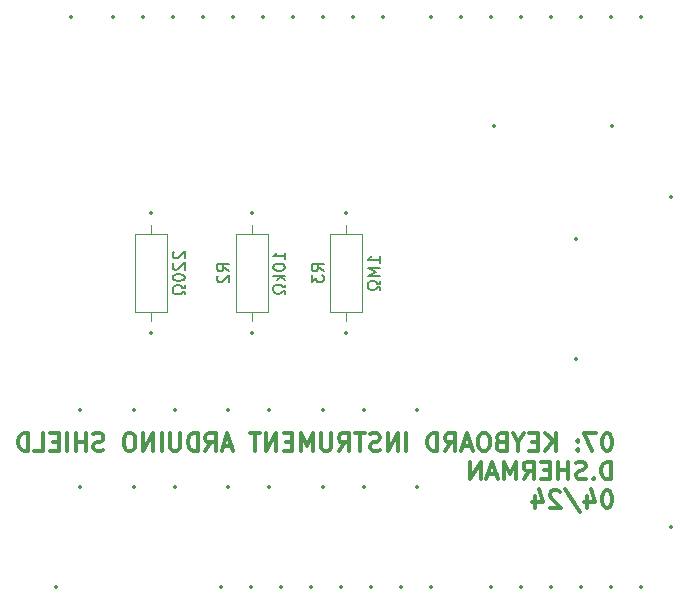
<source format=gbo>
%TF.GenerationSoftware,KiCad,Pcbnew,8.0.0*%
%TF.CreationDate,2024-04-21T11:23:52-04:00*%
%TF.ProjectId,7_keyboard_instrument,375f6b65-7962-46f6-9172-645f696e7374,rev?*%
%TF.SameCoordinates,Original*%
%TF.FileFunction,Legend,Bot*%
%TF.FilePolarity,Positive*%
%FSLAX46Y46*%
G04 Gerber Fmt 4.6, Leading zero omitted, Abs format (unit mm)*
G04 Created by KiCad (PCBNEW 8.0.0) date 2024-04-21 11:23:52*
%MOMM*%
%LPD*%
G01*
G04 APERTURE LIST*
%ADD10C,0.300000*%
%ADD11C,0.150000*%
%ADD12C,0.120000*%
%ADD13C,0.350000*%
G04 APERTURE END LIST*
D10*
X160659774Y-84470996D02*
X160516917Y-84470996D01*
X160516917Y-84470996D02*
X160374060Y-84542425D01*
X160374060Y-84542425D02*
X160302632Y-84613853D01*
X160302632Y-84613853D02*
X160231203Y-84756710D01*
X160231203Y-84756710D02*
X160159774Y-85042425D01*
X160159774Y-85042425D02*
X160159774Y-85399568D01*
X160159774Y-85399568D02*
X160231203Y-85685282D01*
X160231203Y-85685282D02*
X160302632Y-85828139D01*
X160302632Y-85828139D02*
X160374060Y-85899568D01*
X160374060Y-85899568D02*
X160516917Y-85970996D01*
X160516917Y-85970996D02*
X160659774Y-85970996D01*
X160659774Y-85970996D02*
X160802632Y-85899568D01*
X160802632Y-85899568D02*
X160874060Y-85828139D01*
X160874060Y-85828139D02*
X160945489Y-85685282D01*
X160945489Y-85685282D02*
X161016917Y-85399568D01*
X161016917Y-85399568D02*
X161016917Y-85042425D01*
X161016917Y-85042425D02*
X160945489Y-84756710D01*
X160945489Y-84756710D02*
X160874060Y-84613853D01*
X160874060Y-84613853D02*
X160802632Y-84542425D01*
X160802632Y-84542425D02*
X160659774Y-84470996D01*
X159659775Y-84470996D02*
X158659775Y-84470996D01*
X158659775Y-84470996D02*
X159302632Y-85970996D01*
X158088347Y-85828139D02*
X158016918Y-85899568D01*
X158016918Y-85899568D02*
X158088347Y-85970996D01*
X158088347Y-85970996D02*
X158159775Y-85899568D01*
X158159775Y-85899568D02*
X158088347Y-85828139D01*
X158088347Y-85828139D02*
X158088347Y-85970996D01*
X158088347Y-85042425D02*
X158016918Y-85113853D01*
X158016918Y-85113853D02*
X158088347Y-85185282D01*
X158088347Y-85185282D02*
X158159775Y-85113853D01*
X158159775Y-85113853D02*
X158088347Y-85042425D01*
X158088347Y-85042425D02*
X158088347Y-85185282D01*
X156231204Y-85970996D02*
X156231204Y-84470996D01*
X155374061Y-85970996D02*
X156016918Y-85113853D01*
X155374061Y-84470996D02*
X156231204Y-85328139D01*
X154731204Y-85185282D02*
X154231204Y-85185282D01*
X154016918Y-85970996D02*
X154731204Y-85970996D01*
X154731204Y-85970996D02*
X154731204Y-84470996D01*
X154731204Y-84470996D02*
X154016918Y-84470996D01*
X153088346Y-85256710D02*
X153088346Y-85970996D01*
X153588346Y-84470996D02*
X153088346Y-85256710D01*
X153088346Y-85256710D02*
X152588346Y-84470996D01*
X151588347Y-85185282D02*
X151374061Y-85256710D01*
X151374061Y-85256710D02*
X151302632Y-85328139D01*
X151302632Y-85328139D02*
X151231204Y-85470996D01*
X151231204Y-85470996D02*
X151231204Y-85685282D01*
X151231204Y-85685282D02*
X151302632Y-85828139D01*
X151302632Y-85828139D02*
X151374061Y-85899568D01*
X151374061Y-85899568D02*
X151516918Y-85970996D01*
X151516918Y-85970996D02*
X152088347Y-85970996D01*
X152088347Y-85970996D02*
X152088347Y-84470996D01*
X152088347Y-84470996D02*
X151588347Y-84470996D01*
X151588347Y-84470996D02*
X151445490Y-84542425D01*
X151445490Y-84542425D02*
X151374061Y-84613853D01*
X151374061Y-84613853D02*
X151302632Y-84756710D01*
X151302632Y-84756710D02*
X151302632Y-84899568D01*
X151302632Y-84899568D02*
X151374061Y-85042425D01*
X151374061Y-85042425D02*
X151445490Y-85113853D01*
X151445490Y-85113853D02*
X151588347Y-85185282D01*
X151588347Y-85185282D02*
X152088347Y-85185282D01*
X150302632Y-84470996D02*
X150016918Y-84470996D01*
X150016918Y-84470996D02*
X149874061Y-84542425D01*
X149874061Y-84542425D02*
X149731204Y-84685282D01*
X149731204Y-84685282D02*
X149659775Y-84970996D01*
X149659775Y-84970996D02*
X149659775Y-85470996D01*
X149659775Y-85470996D02*
X149731204Y-85756710D01*
X149731204Y-85756710D02*
X149874061Y-85899568D01*
X149874061Y-85899568D02*
X150016918Y-85970996D01*
X150016918Y-85970996D02*
X150302632Y-85970996D01*
X150302632Y-85970996D02*
X150445490Y-85899568D01*
X150445490Y-85899568D02*
X150588347Y-85756710D01*
X150588347Y-85756710D02*
X150659775Y-85470996D01*
X150659775Y-85470996D02*
X150659775Y-84970996D01*
X150659775Y-84970996D02*
X150588347Y-84685282D01*
X150588347Y-84685282D02*
X150445490Y-84542425D01*
X150445490Y-84542425D02*
X150302632Y-84470996D01*
X149088346Y-85542425D02*
X148374061Y-85542425D01*
X149231203Y-85970996D02*
X148731203Y-84470996D01*
X148731203Y-84470996D02*
X148231203Y-85970996D01*
X146874061Y-85970996D02*
X147374061Y-85256710D01*
X147731204Y-85970996D02*
X147731204Y-84470996D01*
X147731204Y-84470996D02*
X147159775Y-84470996D01*
X147159775Y-84470996D02*
X147016918Y-84542425D01*
X147016918Y-84542425D02*
X146945489Y-84613853D01*
X146945489Y-84613853D02*
X146874061Y-84756710D01*
X146874061Y-84756710D02*
X146874061Y-84970996D01*
X146874061Y-84970996D02*
X146945489Y-85113853D01*
X146945489Y-85113853D02*
X147016918Y-85185282D01*
X147016918Y-85185282D02*
X147159775Y-85256710D01*
X147159775Y-85256710D02*
X147731204Y-85256710D01*
X146231204Y-85970996D02*
X146231204Y-84470996D01*
X146231204Y-84470996D02*
X145874061Y-84470996D01*
X145874061Y-84470996D02*
X145659775Y-84542425D01*
X145659775Y-84542425D02*
X145516918Y-84685282D01*
X145516918Y-84685282D02*
X145445489Y-84828139D01*
X145445489Y-84828139D02*
X145374061Y-85113853D01*
X145374061Y-85113853D02*
X145374061Y-85328139D01*
X145374061Y-85328139D02*
X145445489Y-85613853D01*
X145445489Y-85613853D02*
X145516918Y-85756710D01*
X145516918Y-85756710D02*
X145659775Y-85899568D01*
X145659775Y-85899568D02*
X145874061Y-85970996D01*
X145874061Y-85970996D02*
X146231204Y-85970996D01*
X143588347Y-85970996D02*
X143588347Y-84470996D01*
X142874061Y-85970996D02*
X142874061Y-84470996D01*
X142874061Y-84470996D02*
X142016918Y-85970996D01*
X142016918Y-85970996D02*
X142016918Y-84470996D01*
X141374060Y-85899568D02*
X141159775Y-85970996D01*
X141159775Y-85970996D02*
X140802632Y-85970996D01*
X140802632Y-85970996D02*
X140659775Y-85899568D01*
X140659775Y-85899568D02*
X140588346Y-85828139D01*
X140588346Y-85828139D02*
X140516917Y-85685282D01*
X140516917Y-85685282D02*
X140516917Y-85542425D01*
X140516917Y-85542425D02*
X140588346Y-85399568D01*
X140588346Y-85399568D02*
X140659775Y-85328139D01*
X140659775Y-85328139D02*
X140802632Y-85256710D01*
X140802632Y-85256710D02*
X141088346Y-85185282D01*
X141088346Y-85185282D02*
X141231203Y-85113853D01*
X141231203Y-85113853D02*
X141302632Y-85042425D01*
X141302632Y-85042425D02*
X141374060Y-84899568D01*
X141374060Y-84899568D02*
X141374060Y-84756710D01*
X141374060Y-84756710D02*
X141302632Y-84613853D01*
X141302632Y-84613853D02*
X141231203Y-84542425D01*
X141231203Y-84542425D02*
X141088346Y-84470996D01*
X141088346Y-84470996D02*
X140731203Y-84470996D01*
X140731203Y-84470996D02*
X140516917Y-84542425D01*
X140088346Y-84470996D02*
X139231204Y-84470996D01*
X139659775Y-85970996D02*
X139659775Y-84470996D01*
X137874061Y-85970996D02*
X138374061Y-85256710D01*
X138731204Y-85970996D02*
X138731204Y-84470996D01*
X138731204Y-84470996D02*
X138159775Y-84470996D01*
X138159775Y-84470996D02*
X138016918Y-84542425D01*
X138016918Y-84542425D02*
X137945489Y-84613853D01*
X137945489Y-84613853D02*
X137874061Y-84756710D01*
X137874061Y-84756710D02*
X137874061Y-84970996D01*
X137874061Y-84970996D02*
X137945489Y-85113853D01*
X137945489Y-85113853D02*
X138016918Y-85185282D01*
X138016918Y-85185282D02*
X138159775Y-85256710D01*
X138159775Y-85256710D02*
X138731204Y-85256710D01*
X137231204Y-84470996D02*
X137231204Y-85685282D01*
X137231204Y-85685282D02*
X137159775Y-85828139D01*
X137159775Y-85828139D02*
X137088347Y-85899568D01*
X137088347Y-85899568D02*
X136945489Y-85970996D01*
X136945489Y-85970996D02*
X136659775Y-85970996D01*
X136659775Y-85970996D02*
X136516918Y-85899568D01*
X136516918Y-85899568D02*
X136445489Y-85828139D01*
X136445489Y-85828139D02*
X136374061Y-85685282D01*
X136374061Y-85685282D02*
X136374061Y-84470996D01*
X135659775Y-85970996D02*
X135659775Y-84470996D01*
X135659775Y-84470996D02*
X135159775Y-85542425D01*
X135159775Y-85542425D02*
X134659775Y-84470996D01*
X134659775Y-84470996D02*
X134659775Y-85970996D01*
X133945489Y-85185282D02*
X133445489Y-85185282D01*
X133231203Y-85970996D02*
X133945489Y-85970996D01*
X133945489Y-85970996D02*
X133945489Y-84470996D01*
X133945489Y-84470996D02*
X133231203Y-84470996D01*
X132588346Y-85970996D02*
X132588346Y-84470996D01*
X132588346Y-84470996D02*
X131731203Y-85970996D01*
X131731203Y-85970996D02*
X131731203Y-84470996D01*
X131231202Y-84470996D02*
X130374060Y-84470996D01*
X130802631Y-85970996D02*
X130802631Y-84470996D01*
X128802631Y-85542425D02*
X128088346Y-85542425D01*
X128945488Y-85970996D02*
X128445488Y-84470996D01*
X128445488Y-84470996D02*
X127945488Y-85970996D01*
X126588346Y-85970996D02*
X127088346Y-85256710D01*
X127445489Y-85970996D02*
X127445489Y-84470996D01*
X127445489Y-84470996D02*
X126874060Y-84470996D01*
X126874060Y-84470996D02*
X126731203Y-84542425D01*
X126731203Y-84542425D02*
X126659774Y-84613853D01*
X126659774Y-84613853D02*
X126588346Y-84756710D01*
X126588346Y-84756710D02*
X126588346Y-84970996D01*
X126588346Y-84970996D02*
X126659774Y-85113853D01*
X126659774Y-85113853D02*
X126731203Y-85185282D01*
X126731203Y-85185282D02*
X126874060Y-85256710D01*
X126874060Y-85256710D02*
X127445489Y-85256710D01*
X125945489Y-85970996D02*
X125945489Y-84470996D01*
X125945489Y-84470996D02*
X125588346Y-84470996D01*
X125588346Y-84470996D02*
X125374060Y-84542425D01*
X125374060Y-84542425D02*
X125231203Y-84685282D01*
X125231203Y-84685282D02*
X125159774Y-84828139D01*
X125159774Y-84828139D02*
X125088346Y-85113853D01*
X125088346Y-85113853D02*
X125088346Y-85328139D01*
X125088346Y-85328139D02*
X125159774Y-85613853D01*
X125159774Y-85613853D02*
X125231203Y-85756710D01*
X125231203Y-85756710D02*
X125374060Y-85899568D01*
X125374060Y-85899568D02*
X125588346Y-85970996D01*
X125588346Y-85970996D02*
X125945489Y-85970996D01*
X124445489Y-84470996D02*
X124445489Y-85685282D01*
X124445489Y-85685282D02*
X124374060Y-85828139D01*
X124374060Y-85828139D02*
X124302632Y-85899568D01*
X124302632Y-85899568D02*
X124159774Y-85970996D01*
X124159774Y-85970996D02*
X123874060Y-85970996D01*
X123874060Y-85970996D02*
X123731203Y-85899568D01*
X123731203Y-85899568D02*
X123659774Y-85828139D01*
X123659774Y-85828139D02*
X123588346Y-85685282D01*
X123588346Y-85685282D02*
X123588346Y-84470996D01*
X122874060Y-85970996D02*
X122874060Y-84470996D01*
X122159774Y-85970996D02*
X122159774Y-84470996D01*
X122159774Y-84470996D02*
X121302631Y-85970996D01*
X121302631Y-85970996D02*
X121302631Y-84470996D01*
X120302630Y-84470996D02*
X120016916Y-84470996D01*
X120016916Y-84470996D02*
X119874059Y-84542425D01*
X119874059Y-84542425D02*
X119731202Y-84685282D01*
X119731202Y-84685282D02*
X119659773Y-84970996D01*
X119659773Y-84970996D02*
X119659773Y-85470996D01*
X119659773Y-85470996D02*
X119731202Y-85756710D01*
X119731202Y-85756710D02*
X119874059Y-85899568D01*
X119874059Y-85899568D02*
X120016916Y-85970996D01*
X120016916Y-85970996D02*
X120302630Y-85970996D01*
X120302630Y-85970996D02*
X120445488Y-85899568D01*
X120445488Y-85899568D02*
X120588345Y-85756710D01*
X120588345Y-85756710D02*
X120659773Y-85470996D01*
X120659773Y-85470996D02*
X120659773Y-84970996D01*
X120659773Y-84970996D02*
X120588345Y-84685282D01*
X120588345Y-84685282D02*
X120445488Y-84542425D01*
X120445488Y-84542425D02*
X120302630Y-84470996D01*
X117945487Y-85899568D02*
X117731202Y-85970996D01*
X117731202Y-85970996D02*
X117374059Y-85970996D01*
X117374059Y-85970996D02*
X117231202Y-85899568D01*
X117231202Y-85899568D02*
X117159773Y-85828139D01*
X117159773Y-85828139D02*
X117088344Y-85685282D01*
X117088344Y-85685282D02*
X117088344Y-85542425D01*
X117088344Y-85542425D02*
X117159773Y-85399568D01*
X117159773Y-85399568D02*
X117231202Y-85328139D01*
X117231202Y-85328139D02*
X117374059Y-85256710D01*
X117374059Y-85256710D02*
X117659773Y-85185282D01*
X117659773Y-85185282D02*
X117802630Y-85113853D01*
X117802630Y-85113853D02*
X117874059Y-85042425D01*
X117874059Y-85042425D02*
X117945487Y-84899568D01*
X117945487Y-84899568D02*
X117945487Y-84756710D01*
X117945487Y-84756710D02*
X117874059Y-84613853D01*
X117874059Y-84613853D02*
X117802630Y-84542425D01*
X117802630Y-84542425D02*
X117659773Y-84470996D01*
X117659773Y-84470996D02*
X117302630Y-84470996D01*
X117302630Y-84470996D02*
X117088344Y-84542425D01*
X116445488Y-85970996D02*
X116445488Y-84470996D01*
X116445488Y-85185282D02*
X115588345Y-85185282D01*
X115588345Y-85970996D02*
X115588345Y-84470996D01*
X114874059Y-85970996D02*
X114874059Y-84470996D01*
X114159773Y-85185282D02*
X113659773Y-85185282D01*
X113445487Y-85970996D02*
X114159773Y-85970996D01*
X114159773Y-85970996D02*
X114159773Y-84470996D01*
X114159773Y-84470996D02*
X113445487Y-84470996D01*
X112088344Y-85970996D02*
X112802630Y-85970996D01*
X112802630Y-85970996D02*
X112802630Y-84470996D01*
X111588344Y-85970996D02*
X111588344Y-84470996D01*
X111588344Y-84470996D02*
X111231201Y-84470996D01*
X111231201Y-84470996D02*
X111016915Y-84542425D01*
X111016915Y-84542425D02*
X110874058Y-84685282D01*
X110874058Y-84685282D02*
X110802629Y-84828139D01*
X110802629Y-84828139D02*
X110731201Y-85113853D01*
X110731201Y-85113853D02*
X110731201Y-85328139D01*
X110731201Y-85328139D02*
X110802629Y-85613853D01*
X110802629Y-85613853D02*
X110874058Y-85756710D01*
X110874058Y-85756710D02*
X111016915Y-85899568D01*
X111016915Y-85899568D02*
X111231201Y-85970996D01*
X111231201Y-85970996D02*
X111588344Y-85970996D01*
X160945489Y-88385912D02*
X160945489Y-86885912D01*
X160945489Y-86885912D02*
X160588346Y-86885912D01*
X160588346Y-86885912D02*
X160374060Y-86957341D01*
X160374060Y-86957341D02*
X160231203Y-87100198D01*
X160231203Y-87100198D02*
X160159774Y-87243055D01*
X160159774Y-87243055D02*
X160088346Y-87528769D01*
X160088346Y-87528769D02*
X160088346Y-87743055D01*
X160088346Y-87743055D02*
X160159774Y-88028769D01*
X160159774Y-88028769D02*
X160231203Y-88171626D01*
X160231203Y-88171626D02*
X160374060Y-88314484D01*
X160374060Y-88314484D02*
X160588346Y-88385912D01*
X160588346Y-88385912D02*
X160945489Y-88385912D01*
X159445489Y-88243055D02*
X159374060Y-88314484D01*
X159374060Y-88314484D02*
X159445489Y-88385912D01*
X159445489Y-88385912D02*
X159516917Y-88314484D01*
X159516917Y-88314484D02*
X159445489Y-88243055D01*
X159445489Y-88243055D02*
X159445489Y-88385912D01*
X158802631Y-88314484D02*
X158588346Y-88385912D01*
X158588346Y-88385912D02*
X158231203Y-88385912D01*
X158231203Y-88385912D02*
X158088346Y-88314484D01*
X158088346Y-88314484D02*
X158016917Y-88243055D01*
X158016917Y-88243055D02*
X157945488Y-88100198D01*
X157945488Y-88100198D02*
X157945488Y-87957341D01*
X157945488Y-87957341D02*
X158016917Y-87814484D01*
X158016917Y-87814484D02*
X158088346Y-87743055D01*
X158088346Y-87743055D02*
X158231203Y-87671626D01*
X158231203Y-87671626D02*
X158516917Y-87600198D01*
X158516917Y-87600198D02*
X158659774Y-87528769D01*
X158659774Y-87528769D02*
X158731203Y-87457341D01*
X158731203Y-87457341D02*
X158802631Y-87314484D01*
X158802631Y-87314484D02*
X158802631Y-87171626D01*
X158802631Y-87171626D02*
X158731203Y-87028769D01*
X158731203Y-87028769D02*
X158659774Y-86957341D01*
X158659774Y-86957341D02*
X158516917Y-86885912D01*
X158516917Y-86885912D02*
X158159774Y-86885912D01*
X158159774Y-86885912D02*
X157945488Y-86957341D01*
X157302632Y-88385912D02*
X157302632Y-86885912D01*
X157302632Y-87600198D02*
X156445489Y-87600198D01*
X156445489Y-88385912D02*
X156445489Y-86885912D01*
X155731203Y-87600198D02*
X155231203Y-87600198D01*
X155016917Y-88385912D02*
X155731203Y-88385912D01*
X155731203Y-88385912D02*
X155731203Y-86885912D01*
X155731203Y-86885912D02*
X155016917Y-86885912D01*
X153516917Y-88385912D02*
X154016917Y-87671626D01*
X154374060Y-88385912D02*
X154374060Y-86885912D01*
X154374060Y-86885912D02*
X153802631Y-86885912D01*
X153802631Y-86885912D02*
X153659774Y-86957341D01*
X153659774Y-86957341D02*
X153588345Y-87028769D01*
X153588345Y-87028769D02*
X153516917Y-87171626D01*
X153516917Y-87171626D02*
X153516917Y-87385912D01*
X153516917Y-87385912D02*
X153588345Y-87528769D01*
X153588345Y-87528769D02*
X153659774Y-87600198D01*
X153659774Y-87600198D02*
X153802631Y-87671626D01*
X153802631Y-87671626D02*
X154374060Y-87671626D01*
X152874060Y-88385912D02*
X152874060Y-86885912D01*
X152874060Y-86885912D02*
X152374060Y-87957341D01*
X152374060Y-87957341D02*
X151874060Y-86885912D01*
X151874060Y-86885912D02*
X151874060Y-88385912D01*
X151231202Y-87957341D02*
X150516917Y-87957341D01*
X151374059Y-88385912D02*
X150874059Y-86885912D01*
X150874059Y-86885912D02*
X150374059Y-88385912D01*
X149874060Y-88385912D02*
X149874060Y-86885912D01*
X149874060Y-86885912D02*
X149016917Y-88385912D01*
X149016917Y-88385912D02*
X149016917Y-86885912D01*
X160659774Y-89300828D02*
X160516917Y-89300828D01*
X160516917Y-89300828D02*
X160374060Y-89372257D01*
X160374060Y-89372257D02*
X160302632Y-89443685D01*
X160302632Y-89443685D02*
X160231203Y-89586542D01*
X160231203Y-89586542D02*
X160159774Y-89872257D01*
X160159774Y-89872257D02*
X160159774Y-90229400D01*
X160159774Y-90229400D02*
X160231203Y-90515114D01*
X160231203Y-90515114D02*
X160302632Y-90657971D01*
X160302632Y-90657971D02*
X160374060Y-90729400D01*
X160374060Y-90729400D02*
X160516917Y-90800828D01*
X160516917Y-90800828D02*
X160659774Y-90800828D01*
X160659774Y-90800828D02*
X160802632Y-90729400D01*
X160802632Y-90729400D02*
X160874060Y-90657971D01*
X160874060Y-90657971D02*
X160945489Y-90515114D01*
X160945489Y-90515114D02*
X161016917Y-90229400D01*
X161016917Y-90229400D02*
X161016917Y-89872257D01*
X161016917Y-89872257D02*
X160945489Y-89586542D01*
X160945489Y-89586542D02*
X160874060Y-89443685D01*
X160874060Y-89443685D02*
X160802632Y-89372257D01*
X160802632Y-89372257D02*
X160659774Y-89300828D01*
X158874061Y-89800828D02*
X158874061Y-90800828D01*
X159231203Y-89229400D02*
X159588346Y-90300828D01*
X159588346Y-90300828D02*
X158659775Y-90300828D01*
X157016918Y-89229400D02*
X158302632Y-91157971D01*
X156588346Y-89443685D02*
X156516918Y-89372257D01*
X156516918Y-89372257D02*
X156374061Y-89300828D01*
X156374061Y-89300828D02*
X156016918Y-89300828D01*
X156016918Y-89300828D02*
X155874061Y-89372257D01*
X155874061Y-89372257D02*
X155802632Y-89443685D01*
X155802632Y-89443685D02*
X155731203Y-89586542D01*
X155731203Y-89586542D02*
X155731203Y-89729400D01*
X155731203Y-89729400D02*
X155802632Y-89943685D01*
X155802632Y-89943685D02*
X156659775Y-90800828D01*
X156659775Y-90800828D02*
X155731203Y-90800828D01*
X154445490Y-89800828D02*
X154445490Y-90800828D01*
X154802632Y-89229400D02*
X155159775Y-90300828D01*
X155159775Y-90300828D02*
X154231204Y-90300828D01*
D11*
X123920057Y-69110476D02*
X123872438Y-69158095D01*
X123872438Y-69158095D02*
X123824819Y-69253333D01*
X123824819Y-69253333D02*
X123824819Y-69491428D01*
X123824819Y-69491428D02*
X123872438Y-69586666D01*
X123872438Y-69586666D02*
X123920057Y-69634285D01*
X123920057Y-69634285D02*
X124015295Y-69681904D01*
X124015295Y-69681904D02*
X124110533Y-69681904D01*
X124110533Y-69681904D02*
X124253390Y-69634285D01*
X124253390Y-69634285D02*
X124824819Y-69062857D01*
X124824819Y-69062857D02*
X124824819Y-69681904D01*
X123920057Y-70062857D02*
X123872438Y-70110476D01*
X123872438Y-70110476D02*
X123824819Y-70205714D01*
X123824819Y-70205714D02*
X123824819Y-70443809D01*
X123824819Y-70443809D02*
X123872438Y-70539047D01*
X123872438Y-70539047D02*
X123920057Y-70586666D01*
X123920057Y-70586666D02*
X124015295Y-70634285D01*
X124015295Y-70634285D02*
X124110533Y-70634285D01*
X124110533Y-70634285D02*
X124253390Y-70586666D01*
X124253390Y-70586666D02*
X124824819Y-70015238D01*
X124824819Y-70015238D02*
X124824819Y-70634285D01*
X123824819Y-71253333D02*
X123824819Y-71348571D01*
X123824819Y-71348571D02*
X123872438Y-71443809D01*
X123872438Y-71443809D02*
X123920057Y-71491428D01*
X123920057Y-71491428D02*
X124015295Y-71539047D01*
X124015295Y-71539047D02*
X124205771Y-71586666D01*
X124205771Y-71586666D02*
X124443866Y-71586666D01*
X124443866Y-71586666D02*
X124634342Y-71539047D01*
X124634342Y-71539047D02*
X124729580Y-71491428D01*
X124729580Y-71491428D02*
X124777200Y-71443809D01*
X124777200Y-71443809D02*
X124824819Y-71348571D01*
X124824819Y-71348571D02*
X124824819Y-71253333D01*
X124824819Y-71253333D02*
X124777200Y-71158095D01*
X124777200Y-71158095D02*
X124729580Y-71110476D01*
X124729580Y-71110476D02*
X124634342Y-71062857D01*
X124634342Y-71062857D02*
X124443866Y-71015238D01*
X124443866Y-71015238D02*
X124205771Y-71015238D01*
X124205771Y-71015238D02*
X124015295Y-71062857D01*
X124015295Y-71062857D02*
X123920057Y-71110476D01*
X123920057Y-71110476D02*
X123872438Y-71158095D01*
X123872438Y-71158095D02*
X123824819Y-71253333D01*
X124824819Y-71967619D02*
X124824819Y-72205714D01*
X124824819Y-72205714D02*
X124634342Y-72205714D01*
X124634342Y-72205714D02*
X124586723Y-72110476D01*
X124586723Y-72110476D02*
X124491485Y-72015238D01*
X124491485Y-72015238D02*
X124348628Y-71967619D01*
X124348628Y-71967619D02*
X124110533Y-71967619D01*
X124110533Y-71967619D02*
X123967676Y-72015238D01*
X123967676Y-72015238D02*
X123872438Y-72110476D01*
X123872438Y-72110476D02*
X123824819Y-72253333D01*
X123824819Y-72253333D02*
X123824819Y-72443809D01*
X123824819Y-72443809D02*
X123872438Y-72586666D01*
X123872438Y-72586666D02*
X123967676Y-72681904D01*
X123967676Y-72681904D02*
X124110533Y-72729523D01*
X124110533Y-72729523D02*
X124348628Y-72729523D01*
X124348628Y-72729523D02*
X124491485Y-72681904D01*
X124491485Y-72681904D02*
X124586723Y-72586666D01*
X124586723Y-72586666D02*
X124634342Y-72491428D01*
X124634342Y-72491428D02*
X124824819Y-72491428D01*
X124824819Y-72491428D02*
X124824819Y-72729523D01*
X136584819Y-70753333D02*
X136108628Y-70420000D01*
X136584819Y-70181905D02*
X135584819Y-70181905D01*
X135584819Y-70181905D02*
X135584819Y-70562857D01*
X135584819Y-70562857D02*
X135632438Y-70658095D01*
X135632438Y-70658095D02*
X135680057Y-70705714D01*
X135680057Y-70705714D02*
X135775295Y-70753333D01*
X135775295Y-70753333D02*
X135918152Y-70753333D01*
X135918152Y-70753333D02*
X136013390Y-70705714D01*
X136013390Y-70705714D02*
X136061009Y-70658095D01*
X136061009Y-70658095D02*
X136108628Y-70562857D01*
X136108628Y-70562857D02*
X136108628Y-70181905D01*
X135584819Y-71086667D02*
X135584819Y-71705714D01*
X135584819Y-71705714D02*
X135965771Y-71372381D01*
X135965771Y-71372381D02*
X135965771Y-71515238D01*
X135965771Y-71515238D02*
X136013390Y-71610476D01*
X136013390Y-71610476D02*
X136061009Y-71658095D01*
X136061009Y-71658095D02*
X136156247Y-71705714D01*
X136156247Y-71705714D02*
X136394342Y-71705714D01*
X136394342Y-71705714D02*
X136489580Y-71658095D01*
X136489580Y-71658095D02*
X136537200Y-71610476D01*
X136537200Y-71610476D02*
X136584819Y-71515238D01*
X136584819Y-71515238D02*
X136584819Y-71229524D01*
X136584819Y-71229524D02*
X136537200Y-71134286D01*
X136537200Y-71134286D02*
X136489580Y-71086667D01*
X141324819Y-70062857D02*
X141324819Y-69491429D01*
X141324819Y-69777143D02*
X140324819Y-69777143D01*
X140324819Y-69777143D02*
X140467676Y-69681905D01*
X140467676Y-69681905D02*
X140562914Y-69586667D01*
X140562914Y-69586667D02*
X140610533Y-69491429D01*
X141324819Y-70491429D02*
X140324819Y-70491429D01*
X140324819Y-70491429D02*
X141039104Y-70824762D01*
X141039104Y-70824762D02*
X140324819Y-71158095D01*
X140324819Y-71158095D02*
X141324819Y-71158095D01*
X141324819Y-71586667D02*
X141324819Y-71824762D01*
X141324819Y-71824762D02*
X141134342Y-71824762D01*
X141134342Y-71824762D02*
X141086723Y-71729524D01*
X141086723Y-71729524D02*
X140991485Y-71634286D01*
X140991485Y-71634286D02*
X140848628Y-71586667D01*
X140848628Y-71586667D02*
X140610533Y-71586667D01*
X140610533Y-71586667D02*
X140467676Y-71634286D01*
X140467676Y-71634286D02*
X140372438Y-71729524D01*
X140372438Y-71729524D02*
X140324819Y-71872381D01*
X140324819Y-71872381D02*
X140324819Y-72062857D01*
X140324819Y-72062857D02*
X140372438Y-72205714D01*
X140372438Y-72205714D02*
X140467676Y-72300952D01*
X140467676Y-72300952D02*
X140610533Y-72348571D01*
X140610533Y-72348571D02*
X140848628Y-72348571D01*
X140848628Y-72348571D02*
X140991485Y-72300952D01*
X140991485Y-72300952D02*
X141086723Y-72205714D01*
X141086723Y-72205714D02*
X141134342Y-72110476D01*
X141134342Y-72110476D02*
X141324819Y-72110476D01*
X141324819Y-72110476D02*
X141324819Y-72348571D01*
X128584819Y-70753333D02*
X128108628Y-70420000D01*
X128584819Y-70181905D02*
X127584819Y-70181905D01*
X127584819Y-70181905D02*
X127584819Y-70562857D01*
X127584819Y-70562857D02*
X127632438Y-70658095D01*
X127632438Y-70658095D02*
X127680057Y-70705714D01*
X127680057Y-70705714D02*
X127775295Y-70753333D01*
X127775295Y-70753333D02*
X127918152Y-70753333D01*
X127918152Y-70753333D02*
X128013390Y-70705714D01*
X128013390Y-70705714D02*
X128061009Y-70658095D01*
X128061009Y-70658095D02*
X128108628Y-70562857D01*
X128108628Y-70562857D02*
X128108628Y-70181905D01*
X127680057Y-71134286D02*
X127632438Y-71181905D01*
X127632438Y-71181905D02*
X127584819Y-71277143D01*
X127584819Y-71277143D02*
X127584819Y-71515238D01*
X127584819Y-71515238D02*
X127632438Y-71610476D01*
X127632438Y-71610476D02*
X127680057Y-71658095D01*
X127680057Y-71658095D02*
X127775295Y-71705714D01*
X127775295Y-71705714D02*
X127870533Y-71705714D01*
X127870533Y-71705714D02*
X128013390Y-71658095D01*
X128013390Y-71658095D02*
X128584819Y-71086667D01*
X128584819Y-71086667D02*
X128584819Y-71705714D01*
X133324819Y-69753333D02*
X133324819Y-69181905D01*
X133324819Y-69467619D02*
X132324819Y-69467619D01*
X132324819Y-69467619D02*
X132467676Y-69372381D01*
X132467676Y-69372381D02*
X132562914Y-69277143D01*
X132562914Y-69277143D02*
X132610533Y-69181905D01*
X132324819Y-70372381D02*
X132324819Y-70467619D01*
X132324819Y-70467619D02*
X132372438Y-70562857D01*
X132372438Y-70562857D02*
X132420057Y-70610476D01*
X132420057Y-70610476D02*
X132515295Y-70658095D01*
X132515295Y-70658095D02*
X132705771Y-70705714D01*
X132705771Y-70705714D02*
X132943866Y-70705714D01*
X132943866Y-70705714D02*
X133134342Y-70658095D01*
X133134342Y-70658095D02*
X133229580Y-70610476D01*
X133229580Y-70610476D02*
X133277200Y-70562857D01*
X133277200Y-70562857D02*
X133324819Y-70467619D01*
X133324819Y-70467619D02*
X133324819Y-70372381D01*
X133324819Y-70372381D02*
X133277200Y-70277143D01*
X133277200Y-70277143D02*
X133229580Y-70229524D01*
X133229580Y-70229524D02*
X133134342Y-70181905D01*
X133134342Y-70181905D02*
X132943866Y-70134286D01*
X132943866Y-70134286D02*
X132705771Y-70134286D01*
X132705771Y-70134286D02*
X132515295Y-70181905D01*
X132515295Y-70181905D02*
X132420057Y-70229524D01*
X132420057Y-70229524D02*
X132372438Y-70277143D01*
X132372438Y-70277143D02*
X132324819Y-70372381D01*
X133324819Y-71134286D02*
X132324819Y-71134286D01*
X132943866Y-71229524D02*
X133324819Y-71515238D01*
X132658152Y-71515238D02*
X133039104Y-71134286D01*
X133324819Y-71896191D02*
X133324819Y-72134286D01*
X133324819Y-72134286D02*
X133134342Y-72134286D01*
X133134342Y-72134286D02*
X133086723Y-72039048D01*
X133086723Y-72039048D02*
X132991485Y-71943810D01*
X132991485Y-71943810D02*
X132848628Y-71896191D01*
X132848628Y-71896191D02*
X132610533Y-71896191D01*
X132610533Y-71896191D02*
X132467676Y-71943810D01*
X132467676Y-71943810D02*
X132372438Y-72039048D01*
X132372438Y-72039048D02*
X132324819Y-72181905D01*
X132324819Y-72181905D02*
X132324819Y-72372381D01*
X132324819Y-72372381D02*
X132372438Y-72515238D01*
X132372438Y-72515238D02*
X132467676Y-72610476D01*
X132467676Y-72610476D02*
X132610533Y-72658095D01*
X132610533Y-72658095D02*
X132848628Y-72658095D01*
X132848628Y-72658095D02*
X132991485Y-72610476D01*
X132991485Y-72610476D02*
X133086723Y-72515238D01*
X133086723Y-72515238D02*
X133134342Y-72420000D01*
X133134342Y-72420000D02*
X133324819Y-72420000D01*
X133324819Y-72420000D02*
X133324819Y-72658095D01*
D12*
%TO.C,R1*%
X120630000Y-67650000D02*
X120630000Y-74190000D01*
X120630000Y-74190000D02*
X123370000Y-74190000D01*
X122000000Y-67650000D02*
X122000000Y-66880000D01*
X122000000Y-74190000D02*
X122000000Y-74960000D01*
X123370000Y-67650000D02*
X120630000Y-67650000D01*
X123370000Y-74190000D02*
X123370000Y-67650000D01*
%TO.C,R3*%
X137130000Y-67650000D02*
X137130000Y-74190000D01*
X137130000Y-74190000D02*
X139870000Y-74190000D01*
X138500000Y-67650000D02*
X138500000Y-66880000D01*
X138500000Y-74190000D02*
X138500000Y-74960000D01*
X139870000Y-67650000D02*
X137130000Y-67650000D01*
X139870000Y-74190000D02*
X139870000Y-67650000D01*
%TO.C,R2*%
X129130000Y-67650000D02*
X129130000Y-74190000D01*
X129130000Y-74190000D02*
X131870000Y-74190000D01*
X130500000Y-67650000D02*
X130500000Y-66880000D01*
X130500000Y-74190000D02*
X130500000Y-74960000D01*
X131870000Y-67650000D02*
X129130000Y-67650000D01*
X131870000Y-74190000D02*
X131870000Y-67650000D01*
%TD*%
D13*
X127940000Y-97460000D03*
X130480000Y-97460000D03*
X133020000Y-97460000D03*
X135560000Y-97460000D03*
X138100000Y-97460000D03*
X140640000Y-97460000D03*
X143180000Y-97460000D03*
X145720000Y-97460000D03*
X150800000Y-97460000D03*
X153340000Y-97460000D03*
X155880000Y-97460000D03*
X158420000Y-97460000D03*
X160960000Y-97460000D03*
X163500000Y-97460000D03*
X118796000Y-49200000D03*
X121336000Y-49200000D03*
X123876000Y-49200000D03*
X126416000Y-49200000D03*
X128956000Y-49200000D03*
X131496000Y-49200000D03*
X134036000Y-49200000D03*
X136576000Y-49200000D03*
X139116000Y-49200000D03*
X141656000Y-49200000D03*
X145720000Y-49200000D03*
X148260000Y-49200000D03*
X150800000Y-49200000D03*
X153340000Y-49200000D03*
X155880000Y-49200000D03*
X158420000Y-49200000D03*
X160960000Y-49200000D03*
X163500000Y-49200000D03*
X124000000Y-89000000D03*
X124000000Y-82500000D03*
X128500000Y-82500000D03*
X128500000Y-89000000D03*
X140000000Y-89000000D03*
X140000000Y-82500000D03*
X144500000Y-82500000D03*
X144500000Y-89000000D03*
X116000000Y-89000000D03*
X116000000Y-82500000D03*
X120500000Y-82500000D03*
X120500000Y-89000000D03*
X158000000Y-78160000D03*
X158000000Y-68000000D03*
X132000000Y-89000000D03*
X132000000Y-82500000D03*
X136500000Y-82500000D03*
X136500000Y-89000000D03*
X115240000Y-49200000D03*
X151000000Y-58500000D03*
X161000000Y-58500000D03*
X113970000Y-97460000D03*
X166040000Y-64440000D03*
X166040000Y-92380000D03*
X122000000Y-65840000D03*
X122000000Y-76000000D03*
X138500000Y-65840000D03*
X138500000Y-76000000D03*
X130500000Y-65840000D03*
X130500000Y-76000000D03*
M02*

</source>
